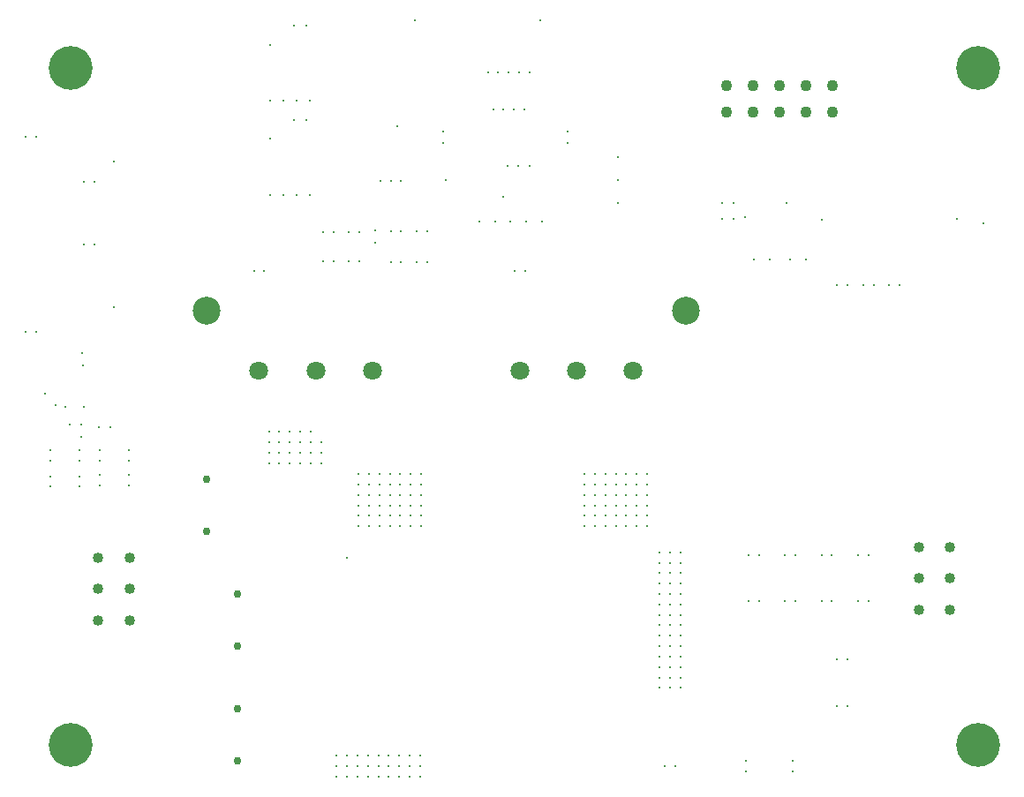
<source format=gbr>
%TF.GenerationSoftware,Altium Limited,Altium Designer,25.1.2 (22)*%
G04 Layer_Color=0*
%FSLAX45Y45*%
%MOMM*%
%TF.SameCoordinates,CB1A417E-7DD8-4276-B15B-71DB2DCBA6F7*%
%TF.FilePolarity,Positive*%
%TF.FileFunction,Plated,1,4,PTH,Drill*%
%TF.Part,Single*%
G01*
G75*
%TA.AperFunction,ComponentDrill*%
%ADD96C,1.80000*%
%TA.AperFunction,OtherDrill,Free Pad (93mm,6mm)*%
%ADD97C,4.20000*%
%TA.AperFunction,OtherDrill,Free Pad (93mm,71mm)*%
%ADD98C,4.20000*%
%TA.AperFunction,OtherDrill,Free Pad (6mm,71mm)*%
%ADD99C,4.20000*%
%TA.AperFunction,OtherDrill,Free Pad (6mm,6mm)*%
%ADD100C,4.20000*%
%TA.AperFunction,ComponentDrill*%
%ADD101C,1.10000*%
%ADD102C,2.67000*%
%ADD103C,0.75000*%
%ADD104C,1.02000*%
%TA.AperFunction,ViaDrill,NotFilled*%
%ADD105C,0.30000*%
D96*
X5994000Y4195500D02*
D03*
X5450000D02*
D03*
X4906000D02*
D03*
X3494000D02*
D03*
X2950000D02*
D03*
X2406000D02*
D03*
D97*
X9300000Y600000D02*
D03*
D98*
Y7100000D02*
D03*
D99*
X600000D02*
D03*
D100*
Y600000D02*
D03*
D101*
X6892000Y6673000D02*
D03*
Y6927000D02*
D03*
X7146000Y6673000D02*
D03*
Y6927000D02*
D03*
X7400000Y6673000D02*
D03*
Y6927000D02*
D03*
X7654000Y6673000D02*
D03*
Y6927000D02*
D03*
X7908000Y6673000D02*
D03*
Y6927000D02*
D03*
D102*
X6497000Y4767000D02*
D03*
X1903000D02*
D03*
D103*
X2200000Y450000D02*
D03*
X2200000Y950000D02*
D03*
X2200000Y1550000D02*
D03*
X2200000Y2050000D02*
D03*
X1900000Y2650000D02*
D03*
X1900000Y3150000D02*
D03*
D104*
X8735000Y1900000D02*
D03*
Y2200000D02*
D03*
Y2500000D02*
D03*
X9035000Y1900000D02*
D03*
Y2200000D02*
D03*
Y2500000D02*
D03*
X1165000Y2400000D02*
D03*
Y2100000D02*
D03*
Y1800000D02*
D03*
X865000Y2400000D02*
D03*
Y2100000D02*
D03*
Y1800000D02*
D03*
D105*
X3150001Y400000D02*
D03*
Y500000D02*
D03*
Y300000D02*
D03*
X3250000Y400000D02*
D03*
Y300000D02*
D03*
Y500000D02*
D03*
X3350000Y400000D02*
D03*
Y500000D02*
D03*
Y300000D02*
D03*
X2900000Y3305000D02*
D03*
X3000000D02*
D03*
X2800000D02*
D03*
X2600000D02*
D03*
X2700000D02*
D03*
X2500000D02*
D03*
X6397500Y400000D02*
D03*
X6297500D02*
D03*
X7079000Y350000D02*
D03*
Y450000D02*
D03*
X7521000Y350000D02*
D03*
Y450000D02*
D03*
X7950000Y979000D02*
D03*
X8050000D02*
D03*
Y1420999D02*
D03*
X7950000D02*
D03*
X8150000Y1980000D02*
D03*
X8250000D02*
D03*
X7800000D02*
D03*
X7900000D02*
D03*
X7450000Y1979999D02*
D03*
X7550000D02*
D03*
X7100000Y1979999D02*
D03*
X7200000D02*
D03*
X2700000Y3505000D02*
D03*
X2500000D02*
D03*
X2600000D02*
D03*
X2500000Y3405000D02*
D03*
X2700000D02*
D03*
X2600000D02*
D03*
Y3605000D02*
D03*
X2700000Y3605000D02*
D03*
X2500000D02*
D03*
X3000000Y3505000D02*
D03*
X2800000D02*
D03*
X2900000D02*
D03*
X2800000Y3405000D02*
D03*
X3000000D02*
D03*
X2900000D02*
D03*
Y3605000D02*
D03*
X2800000Y3605000D02*
D03*
X3550000Y300000D02*
D03*
Y500000D02*
D03*
Y400000D02*
D03*
X3450000Y500000D02*
D03*
Y300000D02*
D03*
Y400000D02*
D03*
X3950000Y300000D02*
D03*
Y500000D02*
D03*
X3950000Y400000D02*
D03*
X3850000Y500000D02*
D03*
Y300000D02*
D03*
Y400000D02*
D03*
X3750000D02*
D03*
Y300000D02*
D03*
Y500000D02*
D03*
X3650000Y400000D02*
D03*
X3650000Y300000D02*
D03*
Y500000D02*
D03*
X5628000Y3200000D02*
D03*
X5828000D02*
D03*
X5728000D02*
D03*
X5628000Y3100000D02*
D03*
X5828000D02*
D03*
X5728000D02*
D03*
X5628000Y3000000D02*
D03*
X5828000D02*
D03*
X5728000D02*
D03*
X5528000Y3200000D02*
D03*
Y3000000D02*
D03*
Y3100000D02*
D03*
X5828000Y2900000D02*
D03*
X5628000D02*
D03*
X5728000D02*
D03*
X5528000Y2700000D02*
D03*
Y2900000D02*
D03*
Y2800000D02*
D03*
X5828000D02*
D03*
X5628000D02*
D03*
X5728000D02*
D03*
X5828000Y2700000D02*
D03*
X5628000D02*
D03*
X5728000D02*
D03*
X6128000Y2900000D02*
D03*
X5928000D02*
D03*
X6028000D02*
D03*
X6128000Y2800000D02*
D03*
X5928000D02*
D03*
X6028000D02*
D03*
X6128000Y2700000D02*
D03*
X5928000D02*
D03*
X6028000D02*
D03*
Y3000000D02*
D03*
X5928000D02*
D03*
X6128000D02*
D03*
X5928000Y3100000D02*
D03*
Y3200000D02*
D03*
X6128000Y3100000D02*
D03*
X6028000D02*
D03*
X6128000Y3200000D02*
D03*
X6028000D02*
D03*
X3460000Y3200000D02*
D03*
X3360000D02*
D03*
X3460000Y3100000D02*
D03*
X3360000D02*
D03*
X3560000Y3200000D02*
D03*
Y3100000D02*
D03*
X3360000Y3000000D02*
D03*
X3560000D02*
D03*
X3460000D02*
D03*
Y2700000D02*
D03*
X3560000D02*
D03*
X3360000D02*
D03*
X3460000Y2800000D02*
D03*
X3560000D02*
D03*
X3360000D02*
D03*
X3460000Y2900000D02*
D03*
X3560000D02*
D03*
X3360000D02*
D03*
X3760000Y2700000D02*
D03*
X3860000D02*
D03*
X3660000D02*
D03*
X3760000Y2800000D02*
D03*
X3860000D02*
D03*
X3660000D02*
D03*
X3960000D02*
D03*
Y2900000D02*
D03*
Y2700000D02*
D03*
X3760000Y2900000D02*
D03*
X3860000D02*
D03*
X3660000D02*
D03*
X3960000Y3100000D02*
D03*
Y3000000D02*
D03*
Y3200000D02*
D03*
X3760000Y3000000D02*
D03*
X3660000D02*
D03*
X3860000D02*
D03*
X3760000Y3100000D02*
D03*
X3660000D02*
D03*
X3860000D02*
D03*
X3760000Y3200000D02*
D03*
X3660000D02*
D03*
X3860000D02*
D03*
X5002470Y6160477D02*
D03*
X3252500Y2400000D02*
D03*
X4200000Y6020000D02*
D03*
X1010000Y4800000D02*
D03*
X7462500Y5797500D02*
D03*
X6955000Y5800000D02*
D03*
X6955000Y5650000D02*
D03*
X1010000Y6200000D02*
D03*
X2356000Y5150000D02*
D03*
X2456000D02*
D03*
X4856000Y5150000D02*
D03*
X4956000D02*
D03*
X3573735Y6010238D02*
D03*
X3918735Y5530239D02*
D03*
X4018735D02*
D03*
X3668735Y5530239D02*
D03*
X3768735D02*
D03*
X3518735Y5537739D02*
D03*
X3018735Y5520239D02*
D03*
X3118734D02*
D03*
X3268735D02*
D03*
X3368735D02*
D03*
X2509499Y6780000D02*
D03*
X2636500Y6780000D02*
D03*
X2763500Y6780000D02*
D03*
X2890500D02*
D03*
Y5880000D02*
D03*
X2763500D02*
D03*
X2636500D02*
D03*
X2509500D02*
D03*
X7150000Y5255000D02*
D03*
X7300000D02*
D03*
X7500000D02*
D03*
X7650000D02*
D03*
X9100000Y5650000D02*
D03*
X9350000Y5604999D02*
D03*
X5844999Y6240000D02*
D03*
X5845000Y5800000D02*
D03*
Y6020000D02*
D03*
X5368735Y6372739D02*
D03*
Y6487738D02*
D03*
X4668735Y5625239D02*
D03*
X4518735Y5625239D02*
D03*
X4818735Y5625239D02*
D03*
X4968735Y5625239D02*
D03*
X5118735Y5625239D02*
D03*
X4887470Y6160477D02*
D03*
X4787470D02*
D03*
X4750000Y5860000D02*
D03*
X5000000Y7050000D02*
D03*
X4950000Y6700000D02*
D03*
X4850000D02*
D03*
X4900000Y7050000D02*
D03*
X4600000D02*
D03*
X4650000Y6700000D02*
D03*
X4700000Y7050000D02*
D03*
X4750000Y6700000D02*
D03*
X4800000Y7050000D02*
D03*
X3735000Y6535000D02*
D03*
X4168735Y6372739D02*
D03*
X3900000Y7555000D02*
D03*
X5100000Y7555000D02*
D03*
X4168735Y6487739D02*
D03*
X3518735Y5422739D02*
D03*
X4018735Y5230238D02*
D03*
X3918735D02*
D03*
X3768735D02*
D03*
X3668735D02*
D03*
X3368735Y5240239D02*
D03*
X3268735D02*
D03*
X3118734D02*
D03*
X3018735D02*
D03*
X7200000Y2420000D02*
D03*
X7100000D02*
D03*
X7550000Y2419999D02*
D03*
X7450000D02*
D03*
X7900000Y2420000D02*
D03*
X7800000D02*
D03*
X8250000D02*
D03*
X8150000D02*
D03*
X8050000Y5010000D02*
D03*
X7950000D02*
D03*
X8300000Y5010001D02*
D03*
X8200000D02*
D03*
X8450000Y5010000D02*
D03*
X8550000D02*
D03*
X7800000Y5642500D02*
D03*
X6845000Y5650000D02*
D03*
X7067500Y5667500D02*
D03*
X6845000Y5800000D02*
D03*
X3668735Y6010239D02*
D03*
X3763735Y6010238D02*
D03*
X6447500Y2250000D02*
D03*
X6247500D02*
D03*
X6347500D02*
D03*
X6447500Y2150000D02*
D03*
X6247500D02*
D03*
X6347500D02*
D03*
X6447500Y1850000D02*
D03*
X6247500D02*
D03*
X6347500D02*
D03*
X6447500Y1750000D02*
D03*
X6247500D02*
D03*
X6347500D02*
D03*
X6447500Y1450000D02*
D03*
X6247500D02*
D03*
X6347500D02*
D03*
X6447500Y1350000D02*
D03*
X6247500D02*
D03*
X6347500D02*
D03*
Y1250000D02*
D03*
X6247500D02*
D03*
X6447500D02*
D03*
X6347500Y1150000D02*
D03*
X6447500D02*
D03*
X6247500D02*
D03*
X6347500Y1650000D02*
D03*
X6247500D02*
D03*
X6447500D02*
D03*
X6347500Y1550000D02*
D03*
X6447500D02*
D03*
X6247500D02*
D03*
X6347500Y2050000D02*
D03*
X6247500D02*
D03*
X6447500D02*
D03*
X6347500Y1950000D02*
D03*
X6447500D02*
D03*
X6247500D02*
D03*
Y2350000D02*
D03*
X6447500D02*
D03*
X6347500D02*
D03*
X6447500Y2450000D02*
D03*
X6247500D02*
D03*
X6347500D02*
D03*
X2742500Y6600000D02*
D03*
X2509500Y6420000D02*
D03*
X2857499Y6600000D02*
D03*
X2857500Y7500000D02*
D03*
X2742500D02*
D03*
X2509500Y7320000D02*
D03*
X725000Y5400000D02*
D03*
X825000D02*
D03*
X725000Y6000000D02*
D03*
X825000D02*
D03*
X170000Y6434999D02*
D03*
X270000D02*
D03*
X169999Y4565000D02*
D03*
X269999D02*
D03*
X350000Y3974600D02*
D03*
X1155882Y3089562D02*
D03*
Y3189562D02*
D03*
X1155882Y3329562D02*
D03*
Y3429562D02*
D03*
X875881Y3089562D02*
D03*
Y3189562D02*
D03*
X875881Y3329562D02*
D03*
Y3429562D02*
D03*
X685882Y3329562D02*
D03*
Y3429562D02*
D03*
Y3079562D02*
D03*
Y3179561D02*
D03*
X405882Y3079562D02*
D03*
Y3179562D02*
D03*
Y3429562D02*
D03*
X983382Y3649562D02*
D03*
X868382D02*
D03*
X703381Y3679562D02*
D03*
X545881Y3845562D02*
D03*
X725881Y3845562D02*
D03*
X710882Y4359562D02*
D03*
X713381Y4239561D02*
D03*
X455881Y3864562D02*
D03*
X405882Y3329562D02*
D03*
X700882Y3559562D02*
D03*
X588382Y3679562D02*
D03*
%TF.MD5,a39e2927b302a1ea50a78836a4e1b429*%
M02*

</source>
